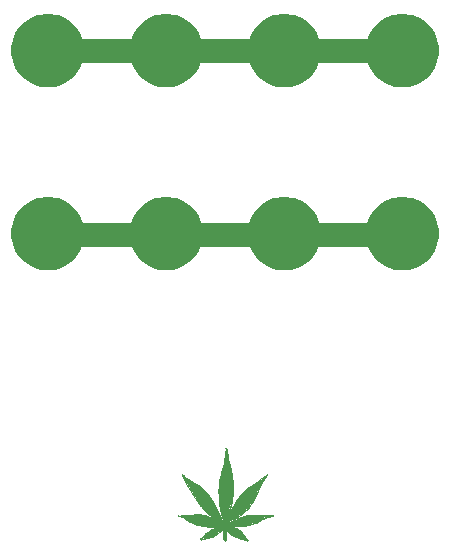
<source format=gbr>
G04 #@! TF.GenerationSoftware,KiCad,Pcbnew,(5.1.5-0)*
G04 #@! TF.CreationDate,2021-01-12T22:51:31-08:00*
G04 #@! TF.ProjectId,squidaxon,73717569-6461-4786-9f6e-2e6b69636164,rev?*
G04 #@! TF.SameCoordinates,Original*
G04 #@! TF.FileFunction,Soldermask,Top*
G04 #@! TF.FilePolarity,Negative*
%FSLAX46Y46*%
G04 Gerber Fmt 4.6, Leading zero omitted, Abs format (unit mm)*
G04 Created by KiCad (PCBNEW (5.1.5-0)) date 2021-01-12 22:51:31*
%MOMM*%
%LPD*%
G04 APERTURE LIST*
%ADD10C,2.000000*%
%ADD11C,0.100000*%
%ADD12C,0.000002*%
%ADD13C,0.001000*%
G04 APERTURE END LIST*
D10*
X35000000Y-83200000D02*
X5000000Y-83200000D01*
X35200000Y-98800000D02*
X5200000Y-98800000D01*
D11*
G36*
X20860400Y-123547650D02*
G01*
X21412850Y-123827050D01*
X21739875Y-124154075D01*
X21874813Y-124384263D01*
X22106588Y-124654138D01*
X21800200Y-124570000D01*
X21546200Y-124493800D01*
X21368400Y-124430300D01*
X20993750Y-124296950D01*
X20634975Y-124103275D01*
X20374625Y-123817525D01*
X20250800Y-123655600D01*
X20314300Y-123693700D01*
X20288900Y-123630200D01*
X20352400Y-123458750D01*
X20860400Y-123547650D01*
G37*
X20860400Y-123547650D02*
X21412850Y-123827050D01*
X21739875Y-124154075D01*
X21874813Y-124384263D01*
X22106588Y-124654138D01*
X21800200Y-124570000D01*
X21546200Y-124493800D01*
X21368400Y-124430300D01*
X20993750Y-124296950D01*
X20634975Y-124103275D01*
X20374625Y-123817525D01*
X20250800Y-123655600D01*
X20314300Y-123693700D01*
X20288900Y-123630200D01*
X20352400Y-123458750D01*
X20860400Y-123547650D01*
G36*
X20066650Y-123566700D02*
G01*
X19698350Y-123998500D01*
X19260200Y-124271550D01*
X18879200Y-124411250D01*
X18129900Y-124576350D01*
X18612500Y-124049300D01*
X19006200Y-123782600D01*
X19374500Y-123579400D01*
X19844400Y-123503200D01*
X19869800Y-123503200D01*
X20066650Y-123566700D01*
G37*
X20066650Y-123566700D02*
X19698350Y-123998500D01*
X19260200Y-124271550D01*
X18879200Y-124411250D01*
X18129900Y-124576350D01*
X18612500Y-124049300D01*
X19006200Y-123782600D01*
X19374500Y-123579400D01*
X19844400Y-123503200D01*
X19869800Y-123503200D01*
X20066650Y-123566700D01*
G36*
X23273400Y-122538000D02*
G01*
X23705200Y-122563400D01*
X24283207Y-122573943D01*
X23603600Y-122728500D01*
X23171800Y-122919000D01*
X22828900Y-123134900D01*
X22409800Y-123300000D01*
X21876400Y-123388900D01*
X21431900Y-123414300D01*
X20854050Y-123395250D01*
X20276200Y-123376200D01*
X20212700Y-123300000D01*
X20428600Y-123236500D01*
X20435585Y-123185700D01*
X20751815Y-123058700D01*
X21285850Y-122830100D01*
X21838300Y-122626900D01*
X22232000Y-122512600D01*
X22676500Y-122512600D01*
X23273400Y-122538000D01*
G37*
X23273400Y-122538000D02*
X23705200Y-122563400D01*
X24283207Y-122573943D01*
X23603600Y-122728500D01*
X23171800Y-122919000D01*
X22828900Y-123134900D01*
X22409800Y-123300000D01*
X21876400Y-123388900D01*
X21431900Y-123414300D01*
X20854050Y-123395250D01*
X20276200Y-123376200D01*
X20212700Y-123300000D01*
X20428600Y-123236500D01*
X20435585Y-123185700D01*
X20751815Y-123058700D01*
X21285850Y-122830100D01*
X21838300Y-122626900D01*
X22232000Y-122512600D01*
X22676500Y-122512600D01*
X23273400Y-122538000D01*
G36*
X23260700Y-119883700D02*
G01*
X23019400Y-120379000D01*
X22816200Y-120836200D01*
X22555850Y-121356900D01*
X22282800Y-121712500D01*
X21971650Y-122125250D01*
X21501750Y-122518950D01*
X21000100Y-122855500D01*
X19895200Y-123452400D01*
X19920600Y-123122200D01*
X20225400Y-123071400D01*
X20473050Y-122633250D01*
X20688950Y-122169700D01*
X20854050Y-121839500D01*
X21038200Y-121547400D01*
X21203300Y-121229900D01*
X21482700Y-120874300D01*
X21762100Y-120556800D01*
X22092300Y-120264700D01*
X22435200Y-120036100D01*
X22816200Y-119782100D01*
X23209900Y-119515400D01*
X23743300Y-119121700D01*
X23260700Y-119883700D01*
G37*
X23260700Y-119883700D02*
X23019400Y-120379000D01*
X22816200Y-120836200D01*
X22555850Y-121356900D01*
X22282800Y-121712500D01*
X21971650Y-122125250D01*
X21501750Y-122518950D01*
X21000100Y-122855500D01*
X19895200Y-123452400D01*
X19920600Y-123122200D01*
X20225400Y-123071400D01*
X20473050Y-122633250D01*
X20688950Y-122169700D01*
X20854050Y-121839500D01*
X21038200Y-121547400D01*
X21203300Y-121229900D01*
X21482700Y-120874300D01*
X21762100Y-120556800D01*
X22092300Y-120264700D01*
X22435200Y-120036100D01*
X22816200Y-119782100D01*
X23209900Y-119515400D01*
X23743300Y-119121700D01*
X23260700Y-119883700D01*
G36*
X20415900Y-117750100D02*
G01*
X20517500Y-118232700D01*
X20631800Y-118689900D01*
X20714350Y-119020100D01*
X20777850Y-119401100D01*
X20822300Y-119921800D01*
X20822300Y-120455200D01*
X20771500Y-121039400D01*
X20708000Y-121560100D01*
X20565125Y-122055400D01*
X20266675Y-123071400D01*
X20053950Y-123020600D01*
X19819000Y-122106200D01*
X19645962Y-121242600D01*
X19661837Y-120455200D01*
X19714225Y-119794800D01*
X19876150Y-119020100D01*
X20111100Y-118207300D01*
X20238100Y-117432600D01*
X20301600Y-116911900D01*
X20415900Y-117750100D01*
G37*
X20415900Y-117750100D02*
X20517500Y-118232700D01*
X20631800Y-118689900D01*
X20714350Y-119020100D01*
X20777850Y-119401100D01*
X20822300Y-119921800D01*
X20822300Y-120455200D01*
X20771500Y-121039400D01*
X20708000Y-121560100D01*
X20565125Y-122055400D01*
X20266675Y-123071400D01*
X20053950Y-123020600D01*
X19819000Y-122106200D01*
X19645962Y-121242600D01*
X19661837Y-120455200D01*
X19714225Y-119794800D01*
X19876150Y-119020100D01*
X20111100Y-118207300D01*
X20238100Y-117432600D01*
X20301600Y-116911900D01*
X20415900Y-117750100D01*
G36*
X16796400Y-119324900D02*
G01*
X17113900Y-119566200D01*
X17679050Y-119883700D01*
X18275950Y-120315500D01*
X18650600Y-120696500D01*
X19050650Y-121261650D01*
X19647550Y-122442750D01*
X19946000Y-123007900D01*
X19958700Y-123020600D01*
X19628500Y-123046000D01*
X19526900Y-122995200D01*
X19171300Y-122747550D01*
X18764900Y-122379250D01*
X18434700Y-122030000D01*
X18079100Y-121598200D01*
X17799700Y-121179100D01*
X17609200Y-120925100D01*
X17355200Y-120467900D01*
X17101200Y-120099600D01*
X16859900Y-119680500D01*
X16580500Y-119121700D01*
X16796400Y-119324900D01*
G37*
X16796400Y-119324900D02*
X17113900Y-119566200D01*
X17679050Y-119883700D01*
X18275950Y-120315500D01*
X18650600Y-120696500D01*
X19050650Y-121261650D01*
X19647550Y-122442750D01*
X19946000Y-123007900D01*
X19958700Y-123020600D01*
X19628500Y-123046000D01*
X19526900Y-122995200D01*
X19171300Y-122747550D01*
X18764900Y-122379250D01*
X18434700Y-122030000D01*
X18079100Y-121598200D01*
X17799700Y-121179100D01*
X17609200Y-120925100D01*
X17355200Y-120467900D01*
X17101200Y-120099600D01*
X16859900Y-119680500D01*
X16580500Y-119121700D01*
X16796400Y-119324900D01*
G36*
X18202925Y-122503075D02*
G01*
X18539475Y-122598325D01*
X18803000Y-122690400D01*
X19501500Y-123096800D01*
X19531980Y-123124740D01*
X19539600Y-123109500D01*
X19539600Y-123122200D01*
X19531980Y-123124740D01*
X19450700Y-123287300D01*
X19844400Y-123427000D01*
X19634850Y-123452400D01*
X19241150Y-123477800D01*
X18764900Y-123477800D01*
X18320400Y-123414300D01*
X17837800Y-123300000D01*
X17444100Y-123185700D01*
X17037700Y-122957100D01*
X16720200Y-122728500D01*
X16313800Y-122601500D01*
X16961500Y-122550700D01*
X17494900Y-122512600D01*
X17958450Y-122506250D01*
X18202925Y-122503075D01*
G37*
X18202925Y-122503075D02*
X18539475Y-122598325D01*
X18803000Y-122690400D01*
X19501500Y-123096800D01*
X19531980Y-123124740D01*
X19539600Y-123109500D01*
X19539600Y-123122200D01*
X19531980Y-123124740D01*
X19450700Y-123287300D01*
X19844400Y-123427000D01*
X19634850Y-123452400D01*
X19241150Y-123477800D01*
X18764900Y-123477800D01*
X18320400Y-123414300D01*
X17837800Y-123300000D01*
X17444100Y-123185700D01*
X17037700Y-122957100D01*
X16720200Y-122728500D01*
X16313800Y-122601500D01*
X16961500Y-122550700D01*
X17494900Y-122512600D01*
X17958450Y-122506250D01*
X18202925Y-122503075D01*
G36*
X20200000Y-123084100D02*
G01*
X19988862Y-123277775D01*
X20207937Y-123373025D01*
X20958825Y-123915950D01*
X20777850Y-124011200D01*
X20200000Y-123554000D01*
X20212700Y-124646200D01*
X20098400Y-124506500D01*
X20092050Y-123617500D01*
X20136500Y-123617500D01*
X19755500Y-123401600D01*
X19469750Y-123249200D01*
X19634850Y-122969800D01*
X20200000Y-123084100D01*
G37*
X20200000Y-123084100D02*
X19988862Y-123277775D01*
X20207937Y-123373025D01*
X20958825Y-123915950D01*
X20777850Y-124011200D01*
X20200000Y-123554000D01*
X20212700Y-124646200D01*
X20098400Y-124506500D01*
X20092050Y-123617500D01*
X20136500Y-123617500D01*
X19755500Y-123401600D01*
X19469750Y-123249200D01*
X19634850Y-122969800D01*
X20200000Y-123084100D01*
D12*
X19679586Y-121396968D02*
X19686414Y-121463404D01*
X16260628Y-122585206D02*
G75*
G02X16262745Y-122580474I8833J-1112D01*
G01*
X16262745Y-122580475D02*
G75*
G02X16267170Y-122577659I6961J-6056D01*
G01*
X16267171Y-122577659D02*
G75*
G02X16276272Y-122575641I21302J-74534D01*
G01*
X16319176Y-122569928D02*
X16276272Y-122575641D01*
X16375382Y-122564579D02*
X16319176Y-122569928D01*
X16449523Y-122559059D02*
X16375382Y-122564579D01*
X16550810Y-122552773D02*
X16449523Y-122559059D01*
X16664250Y-122545535D02*
X16550810Y-122552773D01*
X16755159Y-122538329D02*
X16664250Y-122545535D01*
X16835946Y-122530142D02*
X16755159Y-122538329D01*
X16917522Y-122519967D02*
X16835946Y-122530142D01*
X16995588Y-122510763D02*
X16917522Y-122519967D01*
X17094548Y-122501810D02*
X16995588Y-122510763D01*
X17202731Y-122493949D02*
X17094548Y-122501810D01*
X17310022Y-122488039D02*
X17202731Y-122493949D01*
X17358893Y-122485783D02*
X17310022Y-122488039D01*
X17428084Y-122482592D02*
X17358893Y-122485783D01*
X17503746Y-122479104D02*
X17428084Y-122482592D01*
X17575022Y-122475821D02*
X17503746Y-122479104D01*
X17742892Y-122468843D02*
X17575022Y-122475821D01*
X17917753Y-122463052D02*
X17742892Y-122468843D01*
X18091324Y-122458069D02*
X17917753Y-122463052D01*
X18091324Y-122458069D02*
G75*
G02X18100393Y-122460507I462J-16364D01*
G01*
X18103889Y-122461762D02*
G75*
G02X18100393Y-122460507I1209J8867D01*
G01*
X18119388Y-122463775D02*
X18103889Y-122461762D01*
X18137771Y-122465819D02*
X18119388Y-122463775D01*
X18158715Y-122467713D02*
X18137771Y-122465819D01*
X19670054Y-121287481D02*
X19672649Y-121317124D01*
X20812378Y-123447086D02*
X20857522Y-123450622D01*
X20763537Y-123443388D02*
X20812378Y-123447086D01*
X20718194Y-123440058D02*
X20763537Y-123443388D01*
X20685022Y-123437755D02*
X20718194Y-123440058D01*
X20653615Y-123435486D02*
X20685022Y-123437755D01*
X20614584Y-123432326D02*
X20653615Y-123435486D01*
X20574606Y-123428849D02*
X20614584Y-123432326D01*
X20540022Y-123425579D02*
X20574606Y-123428849D01*
X20478512Y-123420402D02*
X20540022Y-123425579D01*
X20426901Y-123418134D02*
X20478512Y-123420402D01*
X19031364Y-121180665D02*
X18902584Y-120973051D01*
X19160123Y-121410277D02*
X19031364Y-121180665D01*
X20463811Y-123444985D02*
X20425611Y-123437712D01*
X20501820Y-123451668D02*
X20463811Y-123444985D01*
X20527522Y-123455429D02*
X20501820Y-123451668D01*
X20527522Y-123455429D02*
G75*
G02X20615850Y-123471576I-96572J-777952D01*
G01*
X20742223Y-123504860D02*
X20615850Y-123471576D01*
X20881550Y-123547366D02*
X20742223Y-123504860D01*
X21015022Y-123594009D02*
X20881550Y-123547366D01*
X21058649Y-123611046D02*
X21015022Y-123594009D01*
X21104637Y-123630487D02*
X21058649Y-123611046D01*
X21152079Y-123651930D02*
X21104637Y-123630487D01*
X21200085Y-123674987D02*
X21152079Y-123651930D01*
X21200085Y-123674988D02*
G75*
G02X21352408Y-123762179I-639105J-1293158D01*
G01*
X19800081Y-122147260D02*
X19802098Y-122157528D01*
X22820021Y-120815299D02*
G75*
G02X22819743Y-120816562I-3003J0D01*
G01*
X22811209Y-120834952D02*
X22819743Y-120816562D01*
X22801523Y-120855632D02*
X22811209Y-120834952D01*
X22790022Y-120879870D02*
X22801523Y-120855632D01*
X22778521Y-120904146D02*
X22790022Y-120879870D01*
X22768834Y-120924951D02*
X22778521Y-120904146D01*
X22760385Y-120943329D02*
X22768834Y-120924951D01*
X22760021Y-120944995D02*
G75*
G02X22760385Y-120943329I3995J0D01*
G01*
X22760021Y-120944995D02*
G75*
G02X22759292Y-120948297I-7840J0D01*
G01*
X22720677Y-121031421D02*
X22759292Y-120948297D01*
X22677758Y-121123339D02*
X22720677Y-121031421D01*
X22627442Y-121230277D02*
X22677758Y-121123339D01*
X22604537Y-121278174D02*
X22627442Y-121230277D01*
X22576801Y-121334980D02*
X22604537Y-121278174D01*
X22547730Y-121393998D02*
X22576801Y-121334980D01*
X22547731Y-121393997D02*
G75*
G02X22545022Y-121397777I-12801J6311D01*
G01*
X22543589Y-121399614D02*
G75*
G02X22545022Y-121397777I8150J-4881D01*
G01*
X22540177Y-121405418D02*
X22543588Y-121399615D01*
X22536238Y-121412435D02*
X22540177Y-121405418D01*
X22532041Y-121420277D02*
X22536238Y-121412435D01*
X22523008Y-121437116D02*
X22532041Y-121420277D01*
X22512309Y-121456309D02*
X22523008Y-121437116D01*
X22501117Y-121475799D02*
X22512309Y-121456309D01*
X22490563Y-121493576D02*
X22501117Y-121475799D01*
X22486359Y-121500601D02*
X22490563Y-121493576D01*
X22479895Y-121511546D02*
X22486359Y-121500601D01*
X22472630Y-121523921D02*
X22479895Y-121511546D01*
X22465538Y-121536076D02*
X22472630Y-121523921D01*
X22465539Y-121536076D02*
G75*
G02X22376513Y-121674537I-1594117J927112D01*
G01*
X22260765Y-121828716D02*
X22376513Y-121674537D01*
X22129379Y-121985115D02*
X22260765Y-121828716D01*
X21992561Y-122130767D02*
X22129379Y-121985115D01*
X21992561Y-122130767D02*
G75*
G02X21712462Y-122388051I-2992746J2977019D01*
G01*
X21402444Y-122626945D02*
X21712462Y-122388051D01*
X21046530Y-122858868D02*
X21402444Y-122626945D01*
X20627522Y-123095384D02*
X21046530Y-122858868D01*
X20607210Y-123106206D02*
X20627522Y-123095384D01*
X20583256Y-123119049D02*
X20607210Y-123106206D01*
X20559541Y-123131825D02*
X20583256Y-123119049D01*
X20540022Y-123142411D02*
X20559541Y-123131825D01*
X20522766Y-123151769D02*
X20540022Y-123142411D01*
X20506062Y-123160749D02*
X20522766Y-123151769D01*
X20491782Y-123168359D02*
X20506062Y-123160749D01*
X20484097Y-123172337D02*
X20491782Y-123168359D01*
X20467847Y-123182144D02*
G75*
G02X20484097Y-123172337I73169J-102870D01*
G01*
X20451467Y-123195234D02*
G75*
G02X20467847Y-123182145I125077J-139731D01*
G01*
X20438112Y-123208375D02*
G75*
G02X20451467Y-123195234I145858J-134885D01*
G01*
X20435021Y-123216267D02*
G75*
G02X20438111Y-123208375I11624J0D01*
G01*
X20435871Y-123219781D02*
G75*
G02X20435022Y-123216267I6849J3514D01*
G01*
X20438155Y-123221737D02*
G75*
G02X20435870Y-123219780I1247J3768D01*
G01*
X20442397Y-123222198D02*
G75*
G02X20438155Y-123221737I-1044J10127D01*
G01*
X20449641Y-123221103D02*
G75*
G02X20442398Y-123222199I-15184J75919D01*
G01*
X20468149Y-123215366D02*
G75*
G02X20449641Y-123221104I-36945J86448D01*
G01*
X20528992Y-123189023D02*
X20468149Y-123215366D01*
X20596972Y-123158528D02*
X20528992Y-123189023D01*
X20665022Y-123126643D02*
X20596972Y-123158528D01*
X20688044Y-123115656D02*
X20665022Y-123126643D01*
X20713850Y-123103400D02*
X20688044Y-123115656D01*
X20738478Y-123091750D02*
X20713850Y-123103400D01*
X20757522Y-123082798D02*
X20738478Y-123091750D01*
X20777497Y-123073393D02*
X20757522Y-123082798D01*
X20805600Y-123060054D02*
X20777497Y-123073393D01*
X20836247Y-123045444D02*
X20805600Y-123060054D01*
X20865022Y-123031661D02*
X20836247Y-123045444D01*
X20919936Y-123005361D02*
X20865022Y-123031661D01*
X20961702Y-122985535D02*
X20919936Y-123005361D01*
X20996707Y-122969148D02*
X20961702Y-122985535D01*
X21030022Y-122953816D02*
X20996707Y-122969148D01*
X21065354Y-122937574D02*
X21030022Y-122953816D01*
X21131774Y-122906749D02*
X21065354Y-122937574D01*
X21199694Y-122875132D02*
X21131774Y-122906749D01*
X21247522Y-122852733D02*
X21199694Y-122875132D01*
X21394502Y-122784657D02*
X21247522Y-122852733D01*
X21545333Y-122716903D02*
X21394502Y-122784657D01*
X21683653Y-122656658D02*
X21545333Y-122716903D01*
X21790022Y-122612680D02*
X21683653Y-122656658D01*
X21843337Y-122591611D02*
X21790022Y-122612680D01*
X21878135Y-122578359D02*
X21843337Y-122591611D01*
X21907932Y-122567769D02*
X21878135Y-122578359D01*
X21942522Y-122556289D02*
X21907932Y-122567769D01*
X22001620Y-122538467D02*
X21942522Y-122556289D01*
X22063071Y-122522384D02*
X22001620Y-122538467D01*
X22124574Y-122508597D02*
X22063071Y-122522384D01*
X22183822Y-122497669D02*
X22124574Y-122508597D01*
X22225789Y-122491782D02*
X22183822Y-122497669D01*
X22261324Y-122488975D02*
X22225789Y-122491782D01*
X22305896Y-122488261D02*
X22261324Y-122488975D01*
X22386322Y-122489370D02*
X22305896Y-122488261D01*
X22443234Y-122490735D02*
X22386322Y-122489370D01*
X22501607Y-122492737D02*
X22443234Y-122490735D01*
X22553546Y-122495032D02*
X22501607Y-122492737D01*
X22587522Y-122497267D02*
X22553546Y-122495032D01*
X22618287Y-122499702D02*
X22587522Y-122497267D01*
X22657662Y-122502627D02*
X22618287Y-122499702D01*
X22698691Y-122505545D02*
X22657662Y-122502627D01*
X22735022Y-122507990D02*
X22698691Y-122505545D01*
X22772057Y-122510418D02*
X22735022Y-122507990D01*
X22815318Y-122513293D02*
X22772057Y-122510418D01*
X22857867Y-122516150D02*
X22815318Y-122513293D01*
X22892522Y-122518510D02*
X22857867Y-122516150D01*
X22945145Y-122520680D02*
X22892522Y-122518510D01*
X23137897Y-122523130D02*
X22945145Y-122520680D01*
X23366132Y-122525346D02*
X23137897Y-122523130D01*
X23622522Y-122526997D02*
X23366132Y-122525346D01*
X23960194Y-122528974D02*
X23622522Y-122526997D01*
X24146598Y-122530953D02*
X23960194Y-122528974D01*
X24275267Y-122533028D02*
X24146598Y-122530953D01*
X24275267Y-122533028D02*
G75*
G02X24288772Y-122536729I-500J-28318D01*
G01*
X24288772Y-122536728D02*
G75*
G02X24297766Y-122545160I-13045J-22929D01*
G01*
X24297766Y-122545160D02*
G75*
G02X24300023Y-122555412I-12281J-8079D01*
G01*
X24300023Y-122555413D02*
G75*
G02X24294871Y-122565674I-18220J2725D01*
G01*
X24294870Y-122565673D02*
G75*
G02X24283207Y-122573943I-29662J29474D01*
G01*
X24283208Y-122573944D02*
G75*
G02X24265174Y-122581131I-63623J133418D01*
G01*
X24200776Y-122601805D02*
X24265174Y-122581131D01*
X24138093Y-122621392D02*
X24200776Y-122601805D01*
X24102522Y-122631377D02*
X24138093Y-122621392D01*
X23973171Y-122668169D02*
X24102522Y-122631377D01*
X23798786Y-122725203D02*
X23973171Y-122668169D01*
X23619767Y-122788251D02*
X23798786Y-122725203D01*
X23472522Y-122845274D02*
X23619767Y-122788251D01*
X23349199Y-122898078D02*
X23472522Y-122845274D01*
X23203927Y-122964591D02*
X23349199Y-122898078D01*
X23062600Y-123032490D02*
X23203927Y-122964591D01*
X22952522Y-123089199D02*
X23062600Y-123032490D01*
X22818504Y-123160433D02*
X22952522Y-123089199D01*
X22733440Y-123202696D02*
X22818504Y-123160433D01*
X22658987Y-123235131D02*
X22733440Y-123202696D01*
X22567522Y-123270178D02*
X22658987Y-123235131D01*
X22492423Y-123297307D02*
X22567522Y-123270178D01*
X22452851Y-123310723D02*
X22492423Y-123297307D01*
X22413400Y-123322598D02*
X22452851Y-123310723D01*
X22340022Y-123343034D02*
X22413400Y-123322598D01*
X22220804Y-123372545D02*
X22340022Y-123343034D01*
X22083620Y-123400279D02*
X22220804Y-123372545D01*
X21945884Y-123423156D02*
X22083620Y-123400279D01*
X21825022Y-123437838D02*
X21945884Y-123423156D01*
X21801013Y-123440138D02*
X21825022Y-123437838D01*
X21766506Y-123443487D02*
X21801013Y-123440138D01*
X21728547Y-123447195D02*
X21766506Y-123443487D01*
X21692522Y-123450739D02*
X21728547Y-123447195D01*
X21558935Y-123458145D02*
X21692522Y-123450739D01*
X21286190Y-123459806D02*
X21558935Y-123458145D01*
X21013070Y-123457895D02*
X21286190Y-123459806D01*
X20857522Y-123450622D02*
X21013070Y-123457895D01*
X20384700Y-123417876D02*
X20426901Y-123418134D01*
X20380021Y-123422584D02*
G75*
G02X20384700Y-123417876I4709J-1D01*
G01*
X20381145Y-123424719D02*
G75*
G02X20380022Y-123422585I1466J2134D01*
G01*
X20385529Y-123427293D02*
G75*
G02X20381144Y-123424719I15819J31971D01*
G01*
X19310636Y-121688155D02*
X19294341Y-121658062D01*
X19321221Y-121707777D02*
X19310636Y-121688155D01*
X20711249Y-122083226D02*
X20664982Y-122180277D01*
X20796807Y-121912328D02*
X20711249Y-122083226D01*
X20883548Y-121741636D02*
X20796807Y-121912328D01*
X20924269Y-121666527D02*
X20883548Y-121741636D01*
X20938678Y-121641366D02*
X20924269Y-121666527D01*
X20949929Y-121621636D02*
X20938678Y-121641366D01*
X20959609Y-121604555D02*
X20949929Y-121621636D01*
X20969048Y-121587777D02*
X20959609Y-121604555D01*
X20975983Y-121575624D02*
X20969048Y-121587777D01*
X20987590Y-121555731D02*
X20975983Y-121575624D01*
X21000976Y-121532985D02*
X20987590Y-121555731D01*
X21014458Y-121510277D02*
X21000976Y-121532985D01*
X21027575Y-121488268D02*
X21014458Y-121510277D01*
X21039864Y-121467624D02*
X21027575Y-121488268D01*
X21050197Y-121450243D02*
X21039864Y-121467624D01*
X21054889Y-121442307D02*
X21050197Y-121450243D01*
X21099259Y-121370233D02*
X21054889Y-121442307D01*
X21162393Y-121273837D02*
X21099259Y-121370233D01*
X21229939Y-121174271D02*
X21162393Y-121273837D01*
X21289543Y-121090277D02*
X21229939Y-121174271D01*
X21346819Y-121013641D02*
X21289543Y-121090277D01*
X21417177Y-120923061D02*
X21346819Y-121013641D01*
X21484639Y-120838542D02*
X21417177Y-120923061D01*
X21527847Y-120787777D02*
X21484639Y-120838542D01*
X22835064Y-120781889D02*
X22844416Y-120761958D01*
X22827187Y-120798945D02*
X22835064Y-120781889D01*
X22820294Y-120814044D02*
X22827187Y-120798945D01*
X22820022Y-120815299D02*
G75*
G02X22820294Y-120814044I3026J0D01*
G01*
X19275985Y-121624222D02*
X19258037Y-121591194D01*
X19294341Y-121658062D02*
X19275985Y-121624222D01*
X22112904Y-124682618D02*
G75*
G02X22112962Y-124690934I-10582J-4233D01*
G01*
X22112961Y-124690934D02*
G75*
G02X22110571Y-124693771I-5287J2029D01*
G01*
X22110571Y-124693771D02*
G75*
G02X22105675Y-124695933I-11328J19028D01*
G01*
X22105675Y-124695934D02*
G75*
G02X22098837Y-124697326I-10822J35655D01*
G01*
X22098838Y-124697325D02*
G75*
G02X22090414Y-124697777I-8424J78322D01*
G01*
X20593609Y-122341378D02*
X20585721Y-122360277D01*
X20620843Y-122279384D02*
X20593609Y-122341378D01*
X20647720Y-122218594D02*
X20620843Y-122279384D01*
X20664982Y-122180277D02*
X20647720Y-122218594D01*
X22090414Y-124697778D02*
G75*
G02X22075921Y-124696825I0J110737D01*
G01*
X22075921Y-124696825D02*
G75*
G02X22063016Y-124693965I9971J75534D01*
G01*
X22063016Y-124693965D02*
G75*
G02X22046281Y-124687761I53575J170197D01*
G01*
X22015022Y-124674046D02*
X22046281Y-124687761D01*
X21951838Y-124647762D02*
X22015022Y-124674046D01*
X21885736Y-124624319D02*
X21951838Y-124647762D01*
X21814120Y-124602862D02*
X21885736Y-124624319D01*
X21734294Y-124582548D02*
X21814120Y-124602862D01*
X21597606Y-124549292D02*
X21734294Y-124582548D01*
X19330128Y-121724323D02*
X19321221Y-121707777D01*
X19340235Y-121743074D02*
X19330128Y-121724323D01*
X20453305Y-122686243D02*
X20444490Y-122706661D01*
X20463179Y-122662378D02*
X20453305Y-122686243D01*
X20474497Y-122634151D02*
X20463179Y-122662378D01*
X20487768Y-122600277D02*
X20474497Y-122634151D01*
X20493655Y-122585324D02*
X20487768Y-122600277D01*
X20500109Y-122569333D02*
X20493655Y-122585324D01*
X20506173Y-122554627D02*
X20500109Y-122569333D01*
X21352408Y-123762178D02*
G75*
G02X21490509Y-123865987I-743206J-1132487D01*
G01*
X21490509Y-123865987D02*
G75*
G02X21608604Y-123981641I-808447J-943632D01*
G01*
X21608604Y-123981641D02*
G75*
G02X21701099Y-124104225I-691614J-618042D01*
G01*
X21793113Y-124247827D02*
X21701099Y-124104225D01*
X21858325Y-124344131D02*
X21793113Y-124247827D01*
X21919278Y-124426381D02*
X21858325Y-124344131D01*
X21994380Y-124520045D02*
X21919278Y-124426381D01*
X22037947Y-124572822D02*
X21994380Y-124520045D01*
X22051771Y-124589809D02*
X22037947Y-124572822D01*
X22062079Y-124603035D02*
X22051771Y-124589809D01*
X19834498Y-119070277D02*
X19820636Y-119120269D01*
X20510691Y-122544082D02*
X20506173Y-122554627D01*
X20514264Y-122535606D02*
X20510691Y-122544082D01*
X20517281Y-122527667D02*
X20514264Y-122535606D01*
X20519553Y-122520959D02*
X20517281Y-122527667D01*
X20520021Y-122517966D02*
G75*
G02X20519553Y-122520959I-9805J0D01*
G01*
X20520021Y-122517965D02*
G75*
G02X20520501Y-122514968I9600J-1D01*
G01*
X20522848Y-122508209D02*
X20520501Y-122514968D01*
X20525958Y-122500210D02*
X20522848Y-122508209D01*
X20529642Y-122491661D02*
X20525958Y-122500210D01*
X20543866Y-122459784D02*
X20529642Y-122491661D01*
X20552969Y-122438632D02*
X20543866Y-122459784D01*
X20559166Y-122423491D02*
X20552969Y-122438632D01*
X20560007Y-122419082D02*
G75*
G02X20559166Y-122423491I-11749J-43D01*
G01*
X20560007Y-122419082D02*
G75*
G02X20560459Y-122416632I6738J25D01*
G01*
X20563194Y-122409786D02*
X20560459Y-122416632D01*
X20566707Y-122401673D02*
X20563194Y-122409786D01*
X20570874Y-122392777D02*
X20566707Y-122401673D01*
X20575330Y-122383430D02*
X20570874Y-122392777D01*
X20579723Y-122373949D02*
X20575330Y-122383430D01*
X20583495Y-122365577D02*
X20579723Y-122373949D01*
X20585721Y-122360277D02*
X20583495Y-122365577D01*
X22077281Y-124623316D02*
X22062079Y-124603035D01*
X22093683Y-124646689D02*
X22077281Y-124623316D01*
X22093683Y-124646690D02*
G75*
G02X22105528Y-124666666I-194982J-129113D01*
G01*
X22105528Y-124666666D02*
G75*
G02X22112903Y-124682618I-148143J-78170D01*
G01*
X21537272Y-120777192D02*
X21527847Y-120787777D01*
X21557031Y-120754856D02*
X21537272Y-120777192D01*
X21580430Y-120728361D02*
X21557031Y-120754856D01*
X21605193Y-120700277D02*
X21580430Y-120728361D01*
X21713704Y-120583304D02*
X21605193Y-120700277D01*
X21846053Y-120452079D02*
X21713704Y-120583304D01*
X21977297Y-120330085D02*
X21846053Y-120452079D01*
X22080250Y-120244220D02*
X21977297Y-120330085D01*
X22167428Y-120178727D02*
X22080250Y-120244220D01*
X22246415Y-120123278D02*
X22167428Y-120178727D01*
X22348457Y-120056351D02*
X22246415Y-120123278D01*
X22527522Y-119942769D02*
X22348457Y-120056351D01*
X22589629Y-119903344D02*
X22527522Y-119942769D01*
X22656365Y-119860469D02*
X22589629Y-119903344D01*
X22717965Y-119820471D02*
X22656365Y-119860469D01*
X22762522Y-119790991D02*
X22717965Y-119820471D01*
X22897222Y-119699298D02*
X22762522Y-119790991D01*
X23020866Y-119612251D02*
X22897222Y-119699298D01*
X23168690Y-119504774D02*
X23020866Y-119612251D01*
X23390022Y-119340957D02*
X23168690Y-119504774D01*
X23433928Y-119308350D02*
X23390022Y-119340957D01*
X23476959Y-119276446D02*
X23433928Y-119308350D01*
X23514011Y-119249020D02*
X23476959Y-119276446D01*
X23535022Y-119233543D02*
X23514011Y-119249020D01*
X23551209Y-119221646D02*
X23535022Y-119233543D01*
X23568850Y-119208643D02*
X23551209Y-119221646D01*
X23585320Y-119196471D02*
X23568850Y-119208643D01*
X23597522Y-119187414D02*
X23585320Y-119196471D01*
X23637477Y-119159270D02*
X23597522Y-119187414D01*
X23692952Y-119123208D02*
X23637477Y-119159270D01*
X23749438Y-119087759D02*
X23692952Y-119123208D01*
X23749438Y-119087760D02*
G75*
G02X23764761Y-119081269I28471J-45884D01*
G01*
X23764761Y-119081268D02*
G75*
G02X23777504Y-119079947I10974J-43717D01*
G01*
X23777504Y-119079947D02*
G75*
G02X23784070Y-119084069I-305J-7776D01*
G01*
X23784070Y-119084070D02*
G75*
G02X23784527Y-119092656I-8997J-4784D01*
G01*
X23784527Y-119092655D02*
G75*
G02X23777667Y-119105539I-63438J25510D01*
G01*
X23765329Y-119122507D02*
X23777667Y-119105539D01*
X23745976Y-119146851D02*
X23765329Y-119122507D01*
X23726429Y-119170518D02*
X23745976Y-119146851D01*
X23726429Y-119170517D02*
G75*
G02X23716963Y-119180277I-72727J61071D01*
G01*
X23699895Y-119198072D02*
G75*
G02X23716963Y-119180277I123500J-101373D01*
G01*
X23645948Y-119264257D02*
X23699895Y-119198072D01*
X23591922Y-119331904D02*
X23645948Y-119264257D01*
X23551038Y-119385277D02*
X23591922Y-119331904D01*
X23474034Y-119493698D02*
X23551038Y-119385277D01*
X23413980Y-119589678D02*
X23474034Y-119493698D01*
X23348409Y-119710452D02*
X23413980Y-119589678D01*
X23245463Y-119915277D02*
X23348409Y-119710452D01*
X23212314Y-119982396D02*
X23245463Y-119915277D01*
X23182337Y-120043418D02*
X23212314Y-119982396D01*
X23157300Y-120094652D02*
X23182337Y-120043418D01*
X23148740Y-120112777D02*
X23157300Y-120094652D01*
X23133870Y-120144997D02*
X23148740Y-120112777D01*
X23098656Y-120220485D02*
X23133870Y-120144997D01*
X23063434Y-120295815D02*
X23098656Y-120220485D01*
X23042505Y-120340277D02*
X23063434Y-120295815D01*
X23036270Y-120353483D02*
X23042505Y-120340277D01*
X23026572Y-120374090D02*
X23036270Y-120353483D01*
X23015623Y-120397387D02*
X23026572Y-120374090D01*
X23004881Y-120420277D02*
X23015623Y-120397387D01*
X22952656Y-120531614D02*
X23004881Y-120420277D01*
X22905466Y-120632138D02*
X22952656Y-120531614D01*
X22866565Y-120714935D02*
X22905466Y-120632138D01*
X22844416Y-120761958D02*
X22866565Y-120714935D01*
X19656089Y-120070173D02*
X19650432Y-120147777D01*
X19691414Y-119734273D02*
X19689359Y-119751746D01*
X19699812Y-121575277D02*
X19702112Y-121591881D01*
X17420022Y-123204199D02*
X17485345Y-123231444D01*
X17372193Y-123182386D02*
X17420022Y-123204199D01*
X17296008Y-123145116D02*
X17372193Y-123182386D01*
X17213874Y-123104229D02*
X17296008Y-123145116D01*
X18158715Y-122467712D02*
G75*
G02X18237077Y-122477867I-68767J-838110D01*
G01*
X18334167Y-122497547D02*
X18237077Y-122477867D01*
X18438541Y-122523880D02*
X18334167Y-122497547D01*
X18540022Y-122554629D02*
X18438541Y-122523880D01*
X18611345Y-122578648D02*
X18540022Y-122554629D01*
X18662918Y-122597344D02*
X18611345Y-122578648D01*
X18714767Y-122618060D02*
X18662918Y-122597344D01*
X18787522Y-122648978D02*
X18714767Y-122618060D01*
X18836095Y-122671297D02*
X18787522Y-122648978D01*
X18922054Y-122713707D02*
X18836095Y-122671297D01*
X19007800Y-122757003D02*
X18922054Y-122713707D01*
X19057522Y-122783724D02*
X19007800Y-122757003D01*
X19074485Y-122793290D02*
X19057522Y-122783724D01*
X19092381Y-122803359D02*
X19074485Y-122793290D01*
X19108665Y-122812503D02*
X19092381Y-122803359D01*
X19120022Y-122818855D02*
X19108665Y-122812503D01*
X19167579Y-122846350D02*
X19120022Y-122818855D01*
X19229264Y-122883880D02*
X19167579Y-122846350D01*
X19294127Y-122924579D02*
X19229264Y-122883880D01*
X19352522Y-122962529D02*
X19294127Y-122924579D01*
X19469621Y-123039782D02*
X19352522Y-122962529D01*
X19484217Y-123042895D02*
G75*
G02X19469621Y-123039782I-3296J20324D01*
G01*
X19485880Y-123036626D02*
G75*
G02X19484217Y-123042894I-2231J-2763D01*
G01*
X19386635Y-122956997D02*
X19485879Y-123036626D01*
X19276355Y-122868615D02*
X19386635Y-122956997D01*
X19155655Y-122771064D02*
X19276355Y-122868615D01*
X19046190Y-122682022D02*
X19155655Y-122771064D01*
X18997522Y-122641366D02*
X19046190Y-122682022D01*
X18760218Y-122428564D02*
X18997522Y-122641366D01*
X18531976Y-122203889D02*
X18760218Y-122428564D01*
X18326302Y-121981368D02*
X18531976Y-122203889D01*
X18157522Y-121775413D02*
X18326302Y-121981368D01*
X18147035Y-121761730D02*
X18157522Y-121775413D01*
X18130933Y-121740881D02*
X18147035Y-121761730D01*
X18112804Y-121717489D02*
X18130933Y-121740881D01*
X18095094Y-121694720D02*
X18112804Y-121717489D01*
X18050771Y-121636679D02*
X18095094Y-121694720D01*
X17998022Y-121565362D02*
X18050771Y-121636679D01*
X17943294Y-121489659D02*
X17998022Y-121565362D01*
X17892611Y-121417777D02*
X17943294Y-121489659D01*
X17815794Y-121305183D02*
X17892611Y-121417777D01*
X17703314Y-121136047D02*
X17815794Y-121305183D01*
X17592960Y-120968079D02*
X17703314Y-121136047D01*
X17527810Y-120865811D02*
X17592960Y-120968079D01*
X17512852Y-120841839D02*
X17527810Y-120865811D01*
X17493501Y-120811028D02*
X17512852Y-120841839D01*
X17473210Y-120778853D02*
X17493501Y-120811028D01*
X17455098Y-120750277D02*
X17473210Y-120778853D01*
X17432466Y-120714465D02*
X17455098Y-120750277D01*
X17394344Y-120653699D02*
X17432466Y-120714465D01*
X17350478Y-120583586D02*
X17394344Y-120653699D01*
X17306299Y-120512777D02*
X17350478Y-120583586D01*
X17263762Y-120444522D02*
X17306299Y-120512777D01*
X17224866Y-120382137D02*
X17263762Y-120444522D01*
X17192249Y-120329846D02*
X17224866Y-120382137D01*
X17180010Y-120310277D02*
X17192249Y-120329846D01*
X17137630Y-120241590D02*
X17180010Y-120310277D01*
X17067790Y-120126106D02*
X17137630Y-120241590D01*
X16997729Y-120009490D02*
X17067790Y-120126106D01*
X16972165Y-119965277D02*
X16997729Y-120009490D01*
X16969328Y-119960248D02*
X16972165Y-119965277D01*
X16965217Y-119953074D02*
X16969328Y-119960248D01*
X16960674Y-119945211D02*
X16965217Y-119953074D01*
X16956342Y-119937777D02*
X16960674Y-119945211D01*
X16927044Y-119887083D02*
X16956342Y-119937777D01*
X16868968Y-119785057D02*
X16927044Y-119887083D01*
X16810346Y-119681702D02*
X16868968Y-119785057D01*
X16788754Y-119642777D02*
X16810346Y-119681702D01*
X16779351Y-119625536D02*
X16788754Y-119642777D01*
X16767835Y-119604543D02*
X16779351Y-119625536D01*
X16756140Y-119583314D02*
X16767835Y-119604543D01*
X16746150Y-119565277D02*
X16756140Y-119583314D01*
X16717394Y-119510797D02*
X16746150Y-119565277D01*
X16662647Y-119400518D02*
X16717394Y-119510797D01*
X16602078Y-119277345D02*
X16662647Y-119400518D01*
X16602079Y-119277345D02*
G75*
G02X16600022Y-119268491I18028J8854D01*
G01*
X16599530Y-119265636D02*
G75*
G02X16600022Y-119268491I-8045J-2855D01*
G01*
X16597209Y-119259477D02*
X16599530Y-119265636D01*
X16594113Y-119252210D02*
X16597209Y-119259477D01*
X16590446Y-119244500D02*
X16594113Y-119252210D01*
X16590446Y-119244500D02*
G75*
G02X16575567Y-119210779I353949J176315D01*
G01*
X16562376Y-119172674D02*
X16575567Y-119210779D01*
X16552797Y-119137022D02*
X16562376Y-119172674D01*
X16552798Y-119137021D02*
G75*
G02X16550022Y-119112709I105091J24312D01*
G01*
X16550022Y-119112709D02*
G75*
G02X16552313Y-119101889I26694J0D01*
G01*
X16552313Y-119101889D02*
G75*
G02X16558734Y-119093767I19006J-8428D01*
G01*
X16558734Y-119093767D02*
G75*
G02X16568045Y-119089963I11741J-15439D01*
G01*
X16568045Y-119089963D02*
G75*
G02X16578409Y-119091121I2783J-22042D01*
G01*
X19499378Y-123049505D02*
G75*
G02X19507816Y-123055118I-42084J-72409D01*
G01*
X19493690Y-123048010D02*
G75*
G02X19499378Y-123049505I137J-11046D01*
G01*
X19492163Y-123050169D02*
G75*
G02X19493690Y-123048010I1547J525D01*
G01*
X19495021Y-123055277D02*
G75*
G02X19492163Y-123050169I12406J10295D01*
G01*
X19498004Y-123058135D02*
G75*
G02X19495022Y-123055277I10995J14458D01*
G01*
X19501808Y-123060528D02*
G75*
G02X19498004Y-123058136I11528J22553D01*
G01*
X19505813Y-123062133D02*
G75*
G02X19501808Y-123060528I6762J22671D01*
G01*
X19509384Y-123062619D02*
G75*
G02X19505813Y-123062133I-229J11691D01*
G01*
X19513439Y-123062263D02*
G75*
G02X19509384Y-123062618I-4642J29680D01*
G01*
X19514221Y-123061131D02*
G75*
G02X19513438Y-123062263I-929J-194D01*
G01*
X19513100Y-123059282D02*
G75*
G02X19514221Y-123061131I-2062J-2515D01*
G01*
X19507816Y-123055118D02*
X19513100Y-123059282D01*
X20282574Y-116869496D02*
G75*
G02X20291771Y-116860571I24520J-16067D01*
G01*
X20291771Y-116860571D02*
G75*
G02X20302879Y-116857745I10107J-16484D01*
G01*
X20302879Y-116857745D02*
G75*
G02X20313607Y-116861707I-996J-19203D01*
G01*
X20313606Y-116861707D02*
G75*
G02X20321759Y-116871527I-17650J-22947D01*
G01*
X20321760Y-116871527D02*
G75*
G02X20333695Y-116904885I-124673J-63421D01*
G01*
X20349153Y-116980779D02*
X20333695Y-116904885D01*
X20366249Y-117080893D02*
X20349153Y-116980779D01*
X20384771Y-117207777D02*
X20366249Y-117080893D01*
X20389195Y-117239649D02*
X20384771Y-117207777D01*
X20393664Y-117271324D02*
X20389195Y-117239649D01*
X20397609Y-117298853D02*
X20393664Y-117271324D01*
X20400058Y-117315277D02*
X20397609Y-117298853D01*
X20402198Y-117329274D02*
X20400058Y-117315277D01*
X20404846Y-117346746D02*
X20402198Y-117329274D01*
X20407550Y-117364693D02*
X20404846Y-117346746D01*
X20409879Y-117380277D02*
X20407550Y-117364693D01*
X20450474Y-117645675D02*
X20409879Y-117380277D01*
X20482146Y-117833530D02*
X20450474Y-117645675D01*
X20512899Y-117991341D02*
X20482146Y-117833530D01*
X20549454Y-118155379D02*
X20512899Y-117991341D01*
X20574492Y-118258731D02*
X20549454Y-118155379D01*
X20606786Y-118386990D02*
X20574492Y-118258731D01*
X20638947Y-118512230D02*
X20606786Y-118386990D01*
X20649546Y-118547777D02*
X20638947Y-118512230D01*
X20651577Y-118554390D02*
X20649546Y-118547777D01*
X20654324Y-118564684D02*
X20651577Y-118554390D01*
X20657226Y-118576332D02*
X20654324Y-118564684D01*
X20659866Y-118587777D02*
X20657226Y-118576332D01*
X20662509Y-118599406D02*
X20659866Y-118587777D01*
X20665418Y-118611606D02*
X20662509Y-118599406D01*
X20668167Y-118622654D02*
X20665418Y-118611606D01*
X20670219Y-118630277D02*
X20668167Y-118622654D01*
X20691211Y-118711306D02*
X20670219Y-118630277D01*
X20720319Y-118839530D02*
X20691211Y-118711306D01*
X20747583Y-118967148D02*
X20720319Y-118839530D01*
X20760471Y-119040277D02*
X20747583Y-118967148D01*
X20762659Y-119054272D02*
X20760471Y-119040277D01*
X20765675Y-119071746D02*
X20762659Y-119054272D01*
X20768972Y-119089692D02*
X20765675Y-119071746D01*
X20772053Y-119105277D02*
X20768972Y-119089692D01*
X20783969Y-119171401D02*
X20772053Y-119105277D01*
X20798521Y-119270705D02*
X20783969Y-119171401D01*
X20813047Y-119382002D02*
X20798521Y-119270705D01*
X20825375Y-119490277D02*
X20813047Y-119382002D01*
X20833692Y-119577355D02*
X20825375Y-119490277D01*
X20841238Y-119673355D02*
X20833692Y-119577355D01*
X20849412Y-119796795D02*
X20841238Y-119673355D01*
X20859993Y-119975277D02*
X20849412Y-119796795D01*
X20864428Y-120111801D02*
X20859993Y-119975277D01*
X20863207Y-120273699D02*
X20864428Y-120111801D01*
D13*
X20856205Y-120480188D02*
X20863207Y-120273699D01*
X20842243Y-120760277D02*
X20856205Y-120480188D01*
D12*
X20838309Y-120813260D02*
X20842243Y-120760277D01*
X20829073Y-120907488D02*
X20838309Y-120813260D01*
X20818702Y-121004897D02*
X20829073Y-120907488D01*
X20809856Y-121077777D02*
X20818702Y-121004897D01*
X20807613Y-121095020D02*
X20809856Y-121077777D01*
X20804937Y-121116012D02*
X20807613Y-121095020D01*
X20802271Y-121137241D02*
X20804937Y-121116012D01*
X20800050Y-121155277D02*
X20802271Y-121137241D01*
X20797806Y-121172962D02*
X20800050Y-121155277D01*
X20795075Y-121193074D02*
X20797806Y-121172962D01*
X20792299Y-121212476D02*
X20795075Y-121193074D01*
X20789942Y-121227777D02*
X20792299Y-121212476D01*
X20787622Y-121242744D02*
X20789942Y-121227777D01*
X20784972Y-121261012D02*
X20787622Y-121242744D01*
X20782418Y-121279518D02*
X20784972Y-121261012D01*
X20780389Y-121295277D02*
X20782418Y-121279518D01*
X20761335Y-121417675D02*
X20780389Y-121295277D01*
X20721650Y-121619623D02*
X20761335Y-121417675D01*
X20678766Y-121821371D02*
X20721650Y-121619623D01*
X20647485Y-121945277D02*
X20678766Y-121821371D01*
X20644512Y-121955948D02*
X20647485Y-121945277D01*
X20641467Y-121967340D02*
X20644512Y-121955948D01*
X20638776Y-121977807D02*
X20641467Y-121967340D01*
X20636995Y-121985277D02*
X20638776Y-121977807D01*
X20627390Y-122023770D02*
X20636995Y-121985277D01*
X20597648Y-122131388D02*
X20627390Y-122023770D01*
X20567938Y-122237284D02*
X20597648Y-122131388D01*
X20550778Y-122295277D02*
X20567938Y-122237284D01*
X20546460Y-122309274D02*
X20550778Y-122295277D01*
X20541080Y-122326746D02*
X20546460Y-122309274D01*
X20535561Y-122344693D02*
X20541080Y-122326746D01*
X20530776Y-122360277D02*
X20535561Y-122344693D01*
X20513681Y-122414093D02*
X20530776Y-122360277D01*
X20482504Y-122508295D02*
X20513681Y-122414093D01*
X20449871Y-122605470D02*
X20482504Y-122508295D01*
X20424966Y-122677777D02*
X20449871Y-122605470D01*
X20414918Y-122706638D02*
X20424966Y-122677777D01*
X20405745Y-122733387D02*
X20414918Y-122706638D01*
X20398156Y-122755862D02*
X20405745Y-122733387D01*
X20395217Y-122765277D02*
X20398156Y-122755862D01*
X20392515Y-122774002D02*
X20395217Y-122765277D01*
X20386887Y-122790861D02*
X20392515Y-122774002D01*
X20380133Y-122810670D02*
X20386887Y-122790861D01*
X20372951Y-122831307D02*
X20380133Y-122810670D01*
X20355426Y-122884707D02*
X20372951Y-122831307D01*
X20355298Y-122904677D02*
G75*
G02X20355426Y-122884707I33535J9771D01*
G01*
X20362456Y-122905327D02*
G75*
G02X20355299Y-122904677I-3451J1730D01*
G01*
X20382120Y-122862777D02*
X20362455Y-122905327D01*
X20388098Y-122848783D02*
X20382120Y-122862777D01*
X20394664Y-122833598D02*
X20388098Y-122848783D01*
X20400839Y-122819472D02*
X20394664Y-122833598D01*
X20405464Y-122809082D02*
X20400839Y-122819472D01*
X20409124Y-122800664D02*
X20405464Y-122809082D01*
X20412214Y-122792904D02*
X20409124Y-122800664D01*
X20414584Y-122786362D02*
X20412214Y-122792904D01*
X20415021Y-122783771D02*
G75*
G02X20414584Y-122786362I-7897J0D01*
G01*
X20415021Y-122783771D02*
G75*
G02X20415482Y-122781197I7424J0D01*
G01*
X20417959Y-122774785D02*
X20415482Y-122781197D01*
X20421191Y-122767186D02*
X20417959Y-122774785D01*
X20425022Y-122758958D02*
X20421191Y-122767186D01*
X20428851Y-122750659D02*
X20425022Y-122758958D01*
X20432084Y-122742840D02*
X20428851Y-122750659D01*
X20434508Y-122736216D02*
X20432084Y-122742840D01*
X20435021Y-122733153D02*
G75*
G02X20434508Y-122736216I-9398J0D01*
G01*
X20435022Y-122733153D02*
G75*
G02X20435503Y-122730064I10154J0D01*
G01*
X20437803Y-122723264D02*
X20435503Y-122730064D01*
X20440864Y-122715223D02*
X20437803Y-122723264D01*
X20444490Y-122706661D02*
X20440864Y-122715223D01*
X19214682Y-121508855D02*
X19210103Y-121500347D01*
X19214682Y-121508855D02*
G75*
G02X19215022Y-121510212I-2538J-1357D01*
G01*
X19204695Y-121490555D02*
X19198277Y-121479295D01*
X19210103Y-121500347D02*
X19204695Y-121490555D01*
X17213874Y-123104228D02*
G75*
G02X17205022Y-123097537I13556J27135D01*
G01*
X17203092Y-123095897D02*
G75*
G02X17205022Y-123097537I-5453J-8377D01*
G01*
X17195912Y-123091285D02*
X17203091Y-123095898D01*
X17187281Y-123085930D02*
X17195912Y-123091285D01*
X17177522Y-123080101D02*
X17187281Y-123085930D01*
X17167356Y-123074103D02*
X17177522Y-123080101D01*
X17157487Y-123068234D02*
X17167356Y-123074103D01*
X17149047Y-123063177D02*
X17157487Y-123068234D01*
X17144424Y-123060341D02*
X17149047Y-123063177D01*
X17140259Y-123057797D02*
X17144424Y-123060341D01*
X17134094Y-123054150D02*
X17140259Y-123057797D01*
X17127233Y-123050155D02*
X17134094Y-123054150D01*
X17120629Y-123046375D02*
X17127233Y-123050155D01*
X17120629Y-123046375D02*
G75*
G02X17110474Y-123039975I63669J112281D01*
G01*
X17082016Y-123020005D02*
X17110474Y-123039975D01*
X17048261Y-122995940D02*
X17082016Y-123020005D01*
X17011226Y-122969103D02*
X17048261Y-122995940D01*
X16833114Y-122846773D02*
X17011226Y-122969103D01*
X16686099Y-122763678D02*
G75*
G02X16833114Y-122846773I-631554J-1288984D01*
G01*
X16526951Y-122696610D02*
G75*
G02X16686098Y-122763679I-510715J-1434241D01*
G01*
X16308826Y-122624954D02*
X16526951Y-122696611D01*
X16276926Y-122615042D02*
X16308826Y-122624954D01*
X16276927Y-122615042D02*
G75*
G02X16266329Y-122610106I14167J44263D01*
G01*
X16266329Y-122610106D02*
G75*
G02X16261681Y-122604159I5938J9430D01*
G01*
X16261681Y-122604159D02*
G75*
G02X16260076Y-122594254I30438J10015D01*
G01*
X16260076Y-122594254D02*
G75*
G02X16260628Y-122585206I70514J241D01*
G01*
X21485632Y-124519595D02*
X21597606Y-124549292D01*
X21398054Y-124493690D02*
X21485632Y-124519595D01*
X21398055Y-124493690D02*
G75*
G02X21342522Y-124473101I169046J541143D01*
G01*
X21337486Y-124471027D02*
X21342522Y-124473101D01*
X21330318Y-124468265D02*
X21337486Y-124471027D01*
X21322455Y-124465344D02*
X21330318Y-124468265D01*
X21315022Y-124462696D02*
X21322455Y-124465344D01*
X21307177Y-124459863D02*
X21315022Y-124462696D01*
X21298034Y-124456363D02*
X21307177Y-124459863D01*
X21289059Y-124452778D02*
X21298034Y-124456363D01*
X21281766Y-124449691D02*
X21289059Y-124452778D01*
X21275511Y-124447043D02*
X21281766Y-124449691D01*
X21269752Y-124444808D02*
X21275511Y-124447043D01*
X21264899Y-124443092D02*
X21269752Y-124444808D01*
X21262993Y-124442777D02*
G75*
G02X21264899Y-124443092I0J-5933D01*
G01*
X21262993Y-124442778D02*
G75*
G02X21259189Y-124442029I0J10037D01*
G01*
X21164667Y-124403305D02*
X21259189Y-124442029D01*
X21081032Y-124368860D02*
X21164667Y-124403305D01*
X21035022Y-124349343D02*
X21081032Y-124368860D01*
X20984226Y-124326283D02*
X21035022Y-124349343D01*
X20914035Y-124292512D02*
X20984226Y-124326283D01*
X20846005Y-124258811D02*
X20914035Y-124292512D01*
X20810022Y-124239386D02*
X20846005Y-124258811D01*
X20784250Y-124224488D02*
X20810022Y-124239386D01*
X20765712Y-124213819D02*
X20784250Y-124224488D01*
X20752040Y-124206010D02*
X20765712Y-124213819D01*
X20742522Y-124200665D02*
X20752040Y-124206010D01*
X20702423Y-124176144D02*
X20742522Y-124200665D01*
X20652352Y-124141071D02*
X20702423Y-124176144D01*
X20599465Y-124100893D02*
X20652352Y-124141071D01*
X20550022Y-124060105D02*
X20599465Y-124100893D01*
X20550022Y-124060106D02*
G75*
G02X20470238Y-123983873I695822J808099D01*
G01*
X20470238Y-123983873D02*
G75*
G02X20398595Y-123899661I781638J737557D01*
G01*
X20398596Y-123899661D02*
G75*
G02X20335002Y-123807259I878955J673003D01*
G01*
X20335001Y-123807258D02*
G75*
G02X20279292Y-123706527I1044989J643704D01*
G01*
X20266672Y-123682136D02*
X20279292Y-123706527D01*
X20258836Y-123671479D02*
G75*
G02X20266672Y-123682136I-34612J-33661D01*
G01*
X20252757Y-123669559D02*
G75*
G02X20258835Y-123671478I1254J-6611D01*
G01*
X20247112Y-123673439D02*
G75*
G02X20252758Y-123669558I7228J-4468D01*
G01*
X20245653Y-123678424D02*
G75*
G02X20247112Y-123673440I9773J-154D01*
G01*
X20243420Y-123821549D02*
X20245654Y-123678424D01*
X20241301Y-123981187D02*
X20243420Y-123821549D01*
X20239456Y-124169690D02*
X20241301Y-123981187D01*
X20237665Y-124358576D02*
X20239456Y-124169690D01*
X20235717Y-124519472D02*
X20237665Y-124358576D01*
X20233721Y-124662425D02*
X20235717Y-124519472D01*
X20233721Y-124662424D02*
G75*
G02X20232565Y-124671527I-41009J581D01*
G01*
X20232565Y-124671527D02*
G75*
G02X20231012Y-124675830I-20606J5007D01*
G01*
X20231011Y-124675830D02*
G75*
G02X20228627Y-124679473I-15676J7660D01*
G01*
X20228628Y-124679473D02*
G75*
G02X20225815Y-124681944I-9855J8380D01*
G01*
X20225814Y-124681943D02*
G75*
G02X20222998Y-124682777I-2816J4339D01*
G01*
X20222998Y-124682778D02*
G75*
G02X20218527Y-124681046I0J6637D01*
G01*
X20195478Y-124659837D02*
X20218527Y-124681046D01*
X20169013Y-124634616D02*
X20195478Y-124659837D01*
X20138906Y-124604683D02*
X20169013Y-124634616D01*
X20061648Y-124526588D02*
X20138906Y-124604683D01*
X20058335Y-124226359D02*
X20061648Y-124526588D01*
X20057066Y-124101023D02*
X20058335Y-124226359D01*
X20055995Y-123972704D02*
X20057066Y-124101023D01*
X20055237Y-123858674D02*
X20055995Y-123972704D01*
X20055022Y-123784454D02*
X20055237Y-123858674D01*
X20054720Y-123723849D02*
X20055022Y-123784454D01*
X20053728Y-123679717D02*
X20054720Y-123723849D01*
X20052369Y-123644990D02*
X20053728Y-123679717D01*
X20050060Y-123642777D02*
G75*
G02X20052369Y-123644990I-1J-2312D01*
G01*
X20047054Y-123644088D02*
G75*
G02X20050059Y-123642777I3005J-2787D01*
G01*
X20036630Y-123655560D02*
X20047055Y-123644089D01*
X20024618Y-123669615D02*
X20036630Y-123655560D01*
X20011309Y-123686292D02*
X20024618Y-123669615D01*
X19919679Y-123796929D02*
X20011309Y-123686292D01*
X19821336Y-123901497D02*
X19919679Y-123796929D01*
X19722618Y-123993723D02*
X19821336Y-123901497D01*
X19722618Y-123993723D02*
G75*
G02X19630022Y-124066907I-785138J898227D01*
G01*
X19493872Y-124157727D02*
X19630022Y-124066907D01*
X19360543Y-124234003D02*
X19493872Y-124157727D01*
X19220115Y-124300989D02*
X19360543Y-124234003D01*
X19062522Y-124363854D02*
X19220115Y-124300989D01*
X19006592Y-124383017D02*
X19062522Y-124363854D01*
X18914001Y-124412067D02*
X19006592Y-124383017D01*
X18820530Y-124440489D02*
X18914001Y-124412067D01*
X18820531Y-124440489D02*
G75*
G02X18785022Y-124449348I-111894J372905D01*
G01*
X18775788Y-124451427D02*
X18785022Y-124449348D01*
X18726256Y-124463853D02*
X18775788Y-124451427D01*
X18668574Y-124478414D02*
X18726256Y-124463853D01*
X18602522Y-124495214D02*
X18668574Y-124478414D01*
X18535223Y-124512309D02*
X18602522Y-124495214D01*
X18473647Y-124527802D02*
X18535223Y-124512309D01*
X18422000Y-124540673D02*
X18473647Y-124527802D01*
X18402522Y-124545258D02*
X18422000Y-124540673D01*
X18389392Y-124548201D02*
X18402522Y-124545258D01*
X18374725Y-124551527D02*
X18389392Y-124548201D01*
X18360765Y-124554724D02*
X18374725Y-124551527D01*
X18350022Y-124557222D02*
X18360765Y-124554724D01*
X18326495Y-124562411D02*
X18350022Y-124557222D01*
X18269890Y-124574006D02*
X18326495Y-124562411D01*
X18206655Y-124586751D02*
X18269890Y-124574006D01*
X18146570Y-124598613D02*
X18206655Y-124586751D01*
X18130754Y-124601291D02*
X18146570Y-124598613D01*
X18130754Y-124601291D02*
G75*
G02X18119488Y-124602124I-11660J81132D01*
G01*
X18119487Y-124602124D02*
G75*
G02X18110662Y-124601315I-221J46104D01*
G01*
X18110662Y-124601315D02*
G75*
G02X18102820Y-124598823I6419J33790D01*
G01*
X18102820Y-124598822D02*
G75*
G02X18093799Y-124585506I6402J14050D01*
G01*
X18093799Y-124585506D02*
G75*
G02X18099252Y-124566313I31269J1487D01*
G01*
X18099252Y-124566313D02*
G75*
G02X18127331Y-124531110I257590J-176662D01*
G01*
X18209998Y-124442550D02*
X18127331Y-124531110D01*
X18247172Y-124403045D02*
X18209998Y-124442550D01*
X18286499Y-124361019D02*
X18247172Y-124403045D01*
X18322351Y-124322510D02*
X18286499Y-124361019D01*
X18347522Y-124295213D02*
X18322351Y-124322510D01*
X18390178Y-124249392D02*
X18347522Y-124295213D01*
X18426361Y-124212256D02*
X18390178Y-124249392D01*
X18463224Y-124176564D02*
X18426361Y-124212256D01*
X18507926Y-124135277D02*
X18463224Y-124176564D01*
X18527115Y-124117823D02*
X18507926Y-124135277D01*
X18543687Y-124102653D02*
X18527115Y-124117823D01*
X18558008Y-124089477D02*
X18543687Y-124102653D01*
X18560021Y-124087406D02*
G75*
G02X18558008Y-124089477I-19819J17259D01*
G01*
X18560021Y-124087407D02*
G75*
G02X18562103Y-124085349I14795J-12883D01*
G01*
X18580147Y-124070015D02*
X18562103Y-124085349D01*
X18600885Y-124052487D02*
X18580147Y-124070015D01*
X18625022Y-124032231D02*
X18600885Y-124052487D01*
X18730470Y-123947248D02*
X18625022Y-124032231D01*
X18830076Y-123873754D02*
X18730470Y-123947248D01*
X18930113Y-123807287D02*
X18830076Y-123873754D01*
X19036795Y-123743515D02*
X18930113Y-123807287D01*
X19070714Y-123725268D02*
X19036795Y-123743515D01*
X19126262Y-123697389D02*
X19070714Y-123725268D01*
X19182493Y-123669994D02*
X19126262Y-123697389D01*
X19220022Y-123652890D02*
X19182493Y-123669994D01*
X19259757Y-123635775D02*
X19220022Y-123652890D01*
X19279737Y-123627382D02*
X19259757Y-123635775D01*
X19295779Y-123621025D02*
X19279737Y-123627382D01*
X19316272Y-123613347D02*
X19295779Y-123621025D01*
X19329186Y-123608599D02*
X19316272Y-123613347D01*
X19344287Y-123603046D02*
X19329186Y-123608599D01*
X19359151Y-123597580D02*
X19344287Y-123603046D01*
X19371272Y-123593122D02*
X19359151Y-123597580D01*
X19406104Y-123581114D02*
X19371272Y-123593122D01*
X19463274Y-123563030D02*
X19406104Y-123581114D01*
X19520340Y-123545577D02*
X19463274Y-123563030D01*
X19547522Y-123538372D02*
X19520340Y-123545577D01*
X19603341Y-123524277D02*
X19547522Y-123538372D01*
X19668904Y-123505292D02*
X19603341Y-123524277D01*
X19730034Y-123486296D02*
X19668904Y-123505292D01*
X19729691Y-123483050D02*
G75*
G02X19730034Y-123486296I-161J-1658D01*
G01*
X19727681Y-123483099D02*
G75*
G02X19729690Y-123483051I1204J-8298D01*
G01*
X19719709Y-123484287D02*
X19727681Y-123483099D01*
X19710305Y-123485799D02*
X19719709Y-123484287D01*
X19699690Y-123487644D02*
X19710305Y-123485799D01*
X19674754Y-123491359D02*
X19699690Y-123487644D01*
X19630359Y-123496376D02*
X19674754Y-123491359D01*
X19565074Y-123503070D02*
X19630359Y-123496376D01*
X19463645Y-123512894D02*
X19565074Y-123503070D01*
X19435352Y-123515035D02*
X19463645Y-123512894D01*
X19381795Y-123517839D02*
X19435352Y-123515035D01*
X19318915Y-123520681D02*
X19381795Y-123517839D01*
X19253645Y-123523169D02*
X19318915Y-123520681D01*
X19108340Y-123526041D02*
X19253645Y-123523169D01*
X18981748Y-123523781D02*
X19108340Y-123526041D01*
X18836661Y-123515269D02*
X18981748Y-123523781D01*
X18625022Y-123497707D02*
X18836661Y-123515269D01*
X18564771Y-123491119D02*
X18625022Y-123497707D01*
X18481738Y-123479690D02*
X18564771Y-123491119D01*
X18384250Y-123464788D02*
X18481738Y-123479690D01*
X18277522Y-123447109D02*
X18384250Y-123464788D01*
X18171857Y-123427377D02*
X18277522Y-123447109D01*
X18054034Y-123402215D02*
X18171857Y-123427377D01*
X17937305Y-123374654D02*
X18054034Y-123402215D01*
X17835022Y-123347637D02*
X17937305Y-123374654D01*
X17819381Y-123343300D02*
X17835022Y-123347637D01*
X17803397Y-123338981D02*
X17819381Y-123343300D01*
X17789207Y-123335245D02*
X17803397Y-123338981D01*
X17780022Y-123332966D02*
X17789207Y-123335245D01*
X17771722Y-123330851D02*
X17780022Y-123332966D01*
X17761053Y-123327839D02*
X17771722Y-123330851D01*
X17749914Y-123324499D02*
X17761053Y-123327839D01*
X17740022Y-123321321D02*
X17749914Y-123324499D01*
X17728663Y-123317567D02*
X17740022Y-123321321D01*
X17712381Y-123312256D02*
X17728663Y-123317567D01*
X17694485Y-123306458D02*
X17712381Y-123312256D01*
X17677522Y-123301004D02*
X17694485Y-123306458D01*
X17613400Y-123279584D02*
X17677522Y-123301004D01*
X17549573Y-123256485D02*
X17613400Y-123279584D01*
X17485345Y-123231444D02*
X17549573Y-123256485D01*
X20391588Y-123429800D02*
G75*
G02X20385529Y-123427293I15601J46284D01*
G01*
X20398772Y-123431862D02*
G75*
G02X20391589Y-123429800I19033J79840D01*
G01*
X20425611Y-123437712D02*
X20398772Y-123431862D01*
X16578409Y-119091121D02*
G75*
G02X16593800Y-119099519I-19851J-54684D01*
G01*
X16633573Y-119130444D02*
X16593800Y-119099519D01*
X16680950Y-119169163D02*
X16633573Y-119130444D01*
X16733636Y-119214359D02*
X16680950Y-119169163D01*
X16898174Y-119352127D02*
X16733636Y-119214359D01*
X17043791Y-119460502D02*
X16898174Y-119352127D01*
X17212714Y-119569733D02*
X17043791Y-119460502D01*
X17457522Y-119714069D02*
X17212714Y-119569733D01*
X19771306Y-119306615D02*
X19747577Y-119415220D01*
X19694593Y-119706118D02*
X19692916Y-119720277D01*
X19486280Y-122020659D02*
X19446362Y-121942777D01*
X19600735Y-122249065D02*
X19486280Y-122020659D01*
X19793793Y-119222863D02*
X19790420Y-119235871D01*
X19809796Y-122190277D02*
X19812223Y-122199554D01*
X18180696Y-120196196D02*
X18149731Y-120171569D01*
X18234121Y-120240261D02*
X18180696Y-120196196D01*
X19855296Y-118999293D02*
X19840717Y-119048596D01*
X19241545Y-121560738D02*
X19227657Y-121534784D01*
X19258037Y-121591194D02*
X19241545Y-121560738D01*
X19807389Y-122180966D02*
X19809796Y-122190277D01*
X19730667Y-122512450D02*
G75*
G02X19730022Y-122509625I5867J2825D01*
G01*
X19770128Y-122594375D02*
X19730666Y-122512451D01*
X19693686Y-121528002D02*
X19699812Y-121575277D01*
X19790420Y-119235871D02*
X19787276Y-119247511D01*
X19810559Y-119157297D02*
X19802925Y-119186256D01*
X19822102Y-122243678D02*
X19825424Y-122258215D01*
X19819792Y-122232777D02*
X19822102Y-122243678D01*
X19817434Y-122692202D02*
X19770128Y-122594375D01*
X19880900Y-122822769D02*
X19817434Y-122692202D01*
X20194836Y-117395277D02*
X20183743Y-117488355D01*
X18590510Y-120569449D02*
X18507249Y-120484817D01*
X18657941Y-120643323D02*
X18590510Y-120569449D01*
X19215378Y-121511643D02*
G75*
G02X19215022Y-121510212I2699J1431D01*
G01*
X19227657Y-121534784D02*
X19215377Y-121511643D01*
X19657431Y-121134943D02*
X19660146Y-121174262D01*
X19636197Y-120590776D02*
X19641200Y-120810800D01*
X17512323Y-119745700D02*
X17457522Y-119714069D01*
X17565350Y-119776582D02*
X17512323Y-119745700D01*
X17610594Y-119803170D02*
X17565350Y-119776582D01*
X19662884Y-121210118D02*
X19665155Y-121235277D01*
X20264571Y-116913376D02*
G75*
G02X20282574Y-116869496I122645J-24684D01*
G01*
X20183743Y-117488355D02*
X20166692Y-117618323D01*
X20166692Y-117618323D02*
X20148247Y-117752128D01*
X20148247Y-117752128D02*
X20132296Y-117860277D01*
X19794799Y-122121609D02*
X19797913Y-122136189D01*
X19872754Y-118940648D02*
X19855296Y-118999293D01*
X19865004Y-122416641D02*
X19888021Y-122505658D01*
X19852687Y-122367777D02*
X19865004Y-122416641D01*
X19639221Y-120385430D02*
X19636197Y-120590776D01*
X19697211Y-119688074D02*
X19694593Y-119706118D01*
X19796912Y-119210277D02*
X19793793Y-119222863D01*
X18291890Y-120288546D02*
X18234121Y-120240261D01*
X18342522Y-120331589D02*
X18291890Y-120288546D01*
X19840717Y-119048596D02*
X19834498Y-119070277D01*
X19746332Y-121882567D02*
X19769739Y-122008706D01*
X19672649Y-121317124D02*
X19674772Y-121342777D01*
X19802098Y-122157528D02*
X19804678Y-122169391D01*
X19820636Y-119120269D02*
X19810559Y-119157297D01*
X19812223Y-122199554D02*
X19814997Y-122211012D01*
X19974298Y-118590004D02*
X19891595Y-118877777D01*
X19724401Y-121753232D02*
X19746332Y-121882567D01*
X19686414Y-121463404D02*
X19693686Y-121528002D01*
X17635022Y-119817924D02*
X17610594Y-119803170D01*
X17652943Y-119828971D02*
X17635022Y-119817924D01*
X17671647Y-119840441D02*
X17652943Y-119828971D01*
X17688524Y-119850743D02*
X17671647Y-119840441D01*
X17700022Y-119857694D02*
X17688524Y-119850743D01*
X19797913Y-122136189D02*
X19800081Y-122147260D01*
X19655160Y-121097777D02*
X19657431Y-121134943D01*
X20091058Y-118096192D02*
X20039522Y-118334580D01*
X19802925Y-119186256D02*
X19796912Y-119210277D01*
X20132296Y-117860277D02*
X20091058Y-118096192D01*
X19814997Y-122211012D02*
X19817668Y-122222709D01*
X19665155Y-121235277D02*
X19667410Y-121258549D01*
X19710387Y-121655277D02*
X19724401Y-121753232D01*
X19847592Y-122347213D02*
X19852687Y-122367777D01*
X19841964Y-122324684D02*
X19847592Y-122347213D01*
X18038770Y-120088408D02*
X17912111Y-119998124D01*
X18149731Y-120171569D02*
X18038770Y-120088408D01*
X19666010Y-119960768D02*
X19656089Y-120070173D01*
X19785002Y-119255277D02*
X19771306Y-119306615D01*
X19190348Y-121465352D02*
X19180163Y-121447052D01*
X19198277Y-121479295D02*
X19190348Y-121465352D01*
X19375179Y-121807925D02*
X19357627Y-121775277D01*
X19396050Y-121847166D02*
X19375179Y-121807925D01*
X19993771Y-123003775D02*
G75*
G02X19978450Y-123004191I-7814J5438D01*
G01*
X20001642Y-122977617D02*
G75*
G02X19993772Y-123003776I-43965J-1036D01*
G01*
X19791336Y-122106189D02*
X19794799Y-122121609D01*
X19704965Y-121613215D02*
X19707876Y-121635494D01*
X19700258Y-119669324D02*
X19697211Y-119688074D01*
X19692916Y-119720277D02*
X19691414Y-119734273D01*
X19674772Y-121342777D02*
X19679586Y-121396968D01*
X19419842Y-121892235D02*
X19396050Y-121847166D01*
X19446362Y-121942777D02*
X19419842Y-121892235D01*
X19676782Y-119853128D02*
X19666010Y-119960768D01*
X20039522Y-118334580D02*
X19974298Y-118590004D01*
X19747577Y-119415220D02*
X19725096Y-119524104D01*
X19729044Y-122505488D02*
X19600735Y-122249065D01*
X19729045Y-122505488D02*
G75*
G02X19730022Y-122509625I-8269J-4137D01*
G01*
X17790998Y-119915371D02*
X17700022Y-119857694D01*
X17912111Y-119998124D02*
X17790998Y-119915371D01*
X18776981Y-120792044D02*
X18657941Y-120643323D01*
X18902584Y-120973051D02*
X18776981Y-120792044D01*
X19725096Y-119524104D02*
X19714785Y-119585277D01*
X19891595Y-118877777D02*
X19872754Y-118940648D01*
X19667410Y-121258549D02*
X19670054Y-121287481D01*
X19703300Y-119652777D02*
X19700258Y-119669324D01*
X19712686Y-119599437D02*
X19709713Y-119617481D01*
X19685041Y-119785277D02*
X19676782Y-119853128D01*
X19962789Y-122790486D02*
X19984316Y-122878882D01*
X19929915Y-122665277D02*
X19962789Y-122790486D01*
X19829114Y-122273688D02*
X19832635Y-122287777D01*
X19825424Y-122258215D02*
X19829114Y-122273688D01*
X19788031Y-122092260D02*
X19791336Y-122106189D01*
X19706422Y-119636231D02*
X19703300Y-119652777D01*
X20242634Y-117032589D02*
X20219274Y-117190793D01*
X19689359Y-119751746D02*
X19687122Y-119769693D01*
X19804678Y-122169391D02*
X19807389Y-122180966D01*
X19769739Y-122008706D02*
X19788031Y-122092260D01*
X19650432Y-120147777D02*
X19639221Y-120385430D01*
X20264571Y-116913377D02*
X20242634Y-117032589D01*
X19714785Y-119585277D02*
X19712686Y-119599437D01*
X19911965Y-122597481D02*
X19929915Y-122665277D01*
X19888021Y-122505658D02*
X19911965Y-122597481D01*
X19707876Y-121635494D02*
X19710387Y-121655277D01*
X19836652Y-122303561D02*
X19841964Y-122324684D01*
X19832635Y-122287777D02*
X19836652Y-122303561D01*
X19660146Y-121174262D02*
X19662884Y-121210118D01*
X19997789Y-122942241D02*
G75*
G02X20001641Y-122977617I-205937J-40320D01*
G01*
X19984316Y-122878882D02*
X19997790Y-122942241D01*
X19349971Y-121761116D02*
X19340235Y-121743074D01*
X19357627Y-121775277D02*
X19349971Y-121761116D01*
X19817668Y-122222709D02*
X19819792Y-122232777D01*
X19709713Y-119617481D02*
X19706422Y-119636231D01*
X18420584Y-120401527D02*
X18342522Y-120331589D01*
X18507249Y-120484817D02*
X18420584Y-120401527D01*
X19702112Y-121591881D02*
X19704965Y-121613215D01*
X19687122Y-119769693D02*
X19685041Y-119785277D01*
X19787276Y-119247511D02*
X19785002Y-119255277D01*
X20219274Y-117190793D02*
X20194836Y-117395277D01*
X19169544Y-121427713D02*
X19160123Y-121410277D01*
X19180163Y-121447052D02*
X19169544Y-121427713D01*
X19945824Y-122952971D02*
X19880900Y-122822769D01*
X19978449Y-123004191D02*
G75*
G02X19945824Y-122952971I252153J196613D01*
G01*
X19641200Y-120810800D02*
X19655160Y-121097777D01*
D11*
G36*
X35804975Y-95658585D02*
G01*
X36104528Y-95718170D01*
X36668874Y-95951930D01*
X37176772Y-96291296D01*
X37608704Y-96723228D01*
X37948070Y-97231126D01*
X38181830Y-97795472D01*
X38301000Y-98394578D01*
X38301000Y-99005422D01*
X38181830Y-99604528D01*
X37948070Y-100168874D01*
X37608704Y-100676772D01*
X37176772Y-101108704D01*
X36668874Y-101448070D01*
X36104528Y-101681830D01*
X35804975Y-101741415D01*
X35505423Y-101801000D01*
X34894577Y-101801000D01*
X34595025Y-101741415D01*
X34295472Y-101681830D01*
X33731126Y-101448070D01*
X33223228Y-101108704D01*
X32791296Y-100676772D01*
X32451930Y-100168874D01*
X32218170Y-99604528D01*
X32099000Y-99005422D01*
X32099000Y-98394578D01*
X32218170Y-97795472D01*
X32451930Y-97231126D01*
X32791296Y-96723228D01*
X33223228Y-96291296D01*
X33731126Y-95951930D01*
X34295472Y-95718170D01*
X34595025Y-95658585D01*
X34894577Y-95599000D01*
X35505423Y-95599000D01*
X35804975Y-95658585D01*
G37*
G36*
X25804975Y-95658585D02*
G01*
X26104528Y-95718170D01*
X26668874Y-95951930D01*
X27176772Y-96291296D01*
X27608704Y-96723228D01*
X27948070Y-97231126D01*
X28181830Y-97795472D01*
X28301000Y-98394578D01*
X28301000Y-99005422D01*
X28181830Y-99604528D01*
X27948070Y-100168874D01*
X27608704Y-100676772D01*
X27176772Y-101108704D01*
X26668874Y-101448070D01*
X26104528Y-101681830D01*
X25804975Y-101741415D01*
X25505423Y-101801000D01*
X24894577Y-101801000D01*
X24595025Y-101741415D01*
X24295472Y-101681830D01*
X23731126Y-101448070D01*
X23223228Y-101108704D01*
X22791296Y-100676772D01*
X22451930Y-100168874D01*
X22218170Y-99604528D01*
X22099000Y-99005422D01*
X22099000Y-98394578D01*
X22218170Y-97795472D01*
X22451930Y-97231126D01*
X22791296Y-96723228D01*
X23223228Y-96291296D01*
X23731126Y-95951930D01*
X24295472Y-95718170D01*
X24595025Y-95658585D01*
X24894577Y-95599000D01*
X25505423Y-95599000D01*
X25804975Y-95658585D01*
G37*
G36*
X15804975Y-95658585D02*
G01*
X16104528Y-95718170D01*
X16668874Y-95951930D01*
X17176772Y-96291296D01*
X17608704Y-96723228D01*
X17948070Y-97231126D01*
X18181830Y-97795472D01*
X18301000Y-98394578D01*
X18301000Y-99005422D01*
X18181830Y-99604528D01*
X17948070Y-100168874D01*
X17608704Y-100676772D01*
X17176772Y-101108704D01*
X16668874Y-101448070D01*
X16104528Y-101681830D01*
X15804975Y-101741415D01*
X15505423Y-101801000D01*
X14894577Y-101801000D01*
X14595025Y-101741415D01*
X14295472Y-101681830D01*
X13731126Y-101448070D01*
X13223228Y-101108704D01*
X12791296Y-100676772D01*
X12451930Y-100168874D01*
X12218170Y-99604528D01*
X12099000Y-99005422D01*
X12099000Y-98394578D01*
X12218170Y-97795472D01*
X12451930Y-97231126D01*
X12791296Y-96723228D01*
X13223228Y-96291296D01*
X13731126Y-95951930D01*
X14295472Y-95718170D01*
X14595025Y-95658585D01*
X14894577Y-95599000D01*
X15505423Y-95599000D01*
X15804975Y-95658585D01*
G37*
G36*
X5804975Y-95658585D02*
G01*
X6104528Y-95718170D01*
X6668874Y-95951930D01*
X7176772Y-96291296D01*
X7608704Y-96723228D01*
X7948070Y-97231126D01*
X8181830Y-97795472D01*
X8301000Y-98394578D01*
X8301000Y-99005422D01*
X8181830Y-99604528D01*
X7948070Y-100168874D01*
X7608704Y-100676772D01*
X7176772Y-101108704D01*
X6668874Y-101448070D01*
X6104528Y-101681830D01*
X5804975Y-101741415D01*
X5505423Y-101801000D01*
X4894577Y-101801000D01*
X4595025Y-101741415D01*
X4295472Y-101681830D01*
X3731126Y-101448070D01*
X3223228Y-101108704D01*
X2791296Y-100676772D01*
X2451930Y-100168874D01*
X2218170Y-99604528D01*
X2099000Y-99005422D01*
X2099000Y-98394578D01*
X2218170Y-97795472D01*
X2451930Y-97231126D01*
X2791296Y-96723228D01*
X3223228Y-96291296D01*
X3731126Y-95951930D01*
X4295472Y-95718170D01*
X4595025Y-95658585D01*
X4894577Y-95599000D01*
X5505423Y-95599000D01*
X5804975Y-95658585D01*
G37*
G36*
X35804975Y-80158585D02*
G01*
X36104528Y-80218170D01*
X36668874Y-80451930D01*
X37176772Y-80791296D01*
X37608704Y-81223228D01*
X37948070Y-81731126D01*
X38181830Y-82295472D01*
X38301000Y-82894578D01*
X38301000Y-83505422D01*
X38181830Y-84104528D01*
X37948070Y-84668874D01*
X37608704Y-85176772D01*
X37176772Y-85608704D01*
X36668874Y-85948070D01*
X36104528Y-86181830D01*
X35804975Y-86241415D01*
X35505423Y-86301000D01*
X34894577Y-86301000D01*
X34595025Y-86241415D01*
X34295472Y-86181830D01*
X33731126Y-85948070D01*
X33223228Y-85608704D01*
X32791296Y-85176772D01*
X32451930Y-84668874D01*
X32218170Y-84104528D01*
X32099000Y-83505422D01*
X32099000Y-82894578D01*
X32218170Y-82295472D01*
X32451930Y-81731126D01*
X32791296Y-81223228D01*
X33223228Y-80791296D01*
X33731126Y-80451930D01*
X34295472Y-80218170D01*
X34595025Y-80158585D01*
X34894577Y-80099000D01*
X35505423Y-80099000D01*
X35804975Y-80158585D01*
G37*
G36*
X25804975Y-80158585D02*
G01*
X26104528Y-80218170D01*
X26668874Y-80451930D01*
X27176772Y-80791296D01*
X27608704Y-81223228D01*
X27948070Y-81731126D01*
X28181830Y-82295472D01*
X28301000Y-82894578D01*
X28301000Y-83505422D01*
X28181830Y-84104528D01*
X27948070Y-84668874D01*
X27608704Y-85176772D01*
X27176772Y-85608704D01*
X26668874Y-85948070D01*
X26104528Y-86181830D01*
X25804975Y-86241415D01*
X25505423Y-86301000D01*
X24894577Y-86301000D01*
X24595025Y-86241415D01*
X24295472Y-86181830D01*
X23731126Y-85948070D01*
X23223228Y-85608704D01*
X22791296Y-85176772D01*
X22451930Y-84668874D01*
X22218170Y-84104528D01*
X22099000Y-83505422D01*
X22099000Y-82894578D01*
X22218170Y-82295472D01*
X22451930Y-81731126D01*
X22791296Y-81223228D01*
X23223228Y-80791296D01*
X23731126Y-80451930D01*
X24295472Y-80218170D01*
X24595025Y-80158585D01*
X24894577Y-80099000D01*
X25505423Y-80099000D01*
X25804975Y-80158585D01*
G37*
G36*
X15804975Y-80158585D02*
G01*
X16104528Y-80218170D01*
X16668874Y-80451930D01*
X17176772Y-80791296D01*
X17608704Y-81223228D01*
X17948070Y-81731126D01*
X18181830Y-82295472D01*
X18301000Y-82894578D01*
X18301000Y-83505422D01*
X18181830Y-84104528D01*
X17948070Y-84668874D01*
X17608704Y-85176772D01*
X17176772Y-85608704D01*
X16668874Y-85948070D01*
X16104528Y-86181830D01*
X15804975Y-86241415D01*
X15505423Y-86301000D01*
X14894577Y-86301000D01*
X14595025Y-86241415D01*
X14295472Y-86181830D01*
X13731126Y-85948070D01*
X13223228Y-85608704D01*
X12791296Y-85176772D01*
X12451930Y-84668874D01*
X12218170Y-84104528D01*
X12099000Y-83505422D01*
X12099000Y-82894578D01*
X12218170Y-82295472D01*
X12451930Y-81731126D01*
X12791296Y-81223228D01*
X13223228Y-80791296D01*
X13731126Y-80451930D01*
X14295472Y-80218170D01*
X14595025Y-80158585D01*
X14894577Y-80099000D01*
X15505423Y-80099000D01*
X15804975Y-80158585D01*
G37*
G36*
X5804975Y-80158585D02*
G01*
X6104528Y-80218170D01*
X6668874Y-80451930D01*
X7176772Y-80791296D01*
X7608704Y-81223228D01*
X7948070Y-81731126D01*
X8181830Y-82295472D01*
X8301000Y-82894578D01*
X8301000Y-83505422D01*
X8181830Y-84104528D01*
X7948070Y-84668874D01*
X7608704Y-85176772D01*
X7176772Y-85608704D01*
X6668874Y-85948070D01*
X6104528Y-86181830D01*
X5804975Y-86241415D01*
X5505423Y-86301000D01*
X4894577Y-86301000D01*
X4595025Y-86241415D01*
X4295472Y-86181830D01*
X3731126Y-85948070D01*
X3223228Y-85608704D01*
X2791296Y-85176772D01*
X2451930Y-84668874D01*
X2218170Y-84104528D01*
X2099000Y-83505422D01*
X2099000Y-82894578D01*
X2218170Y-82295472D01*
X2451930Y-81731126D01*
X2791296Y-81223228D01*
X3223228Y-80791296D01*
X3731126Y-80451930D01*
X4295472Y-80218170D01*
X4595025Y-80158585D01*
X4894577Y-80099000D01*
X5505423Y-80099000D01*
X5804975Y-80158585D01*
G37*
M02*

</source>
